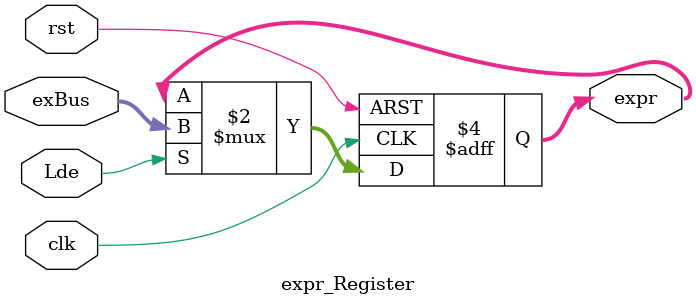
<source format=v>
module expr_Register (input [15:0]exBus,input clk,rst,Lde,output reg [15:0]expr);
always@(posedge clk,posedge rst)begin
if(rst) expr<=16'b0;
else if(Lde) expr<=exBus;
end


endmodule
</source>
